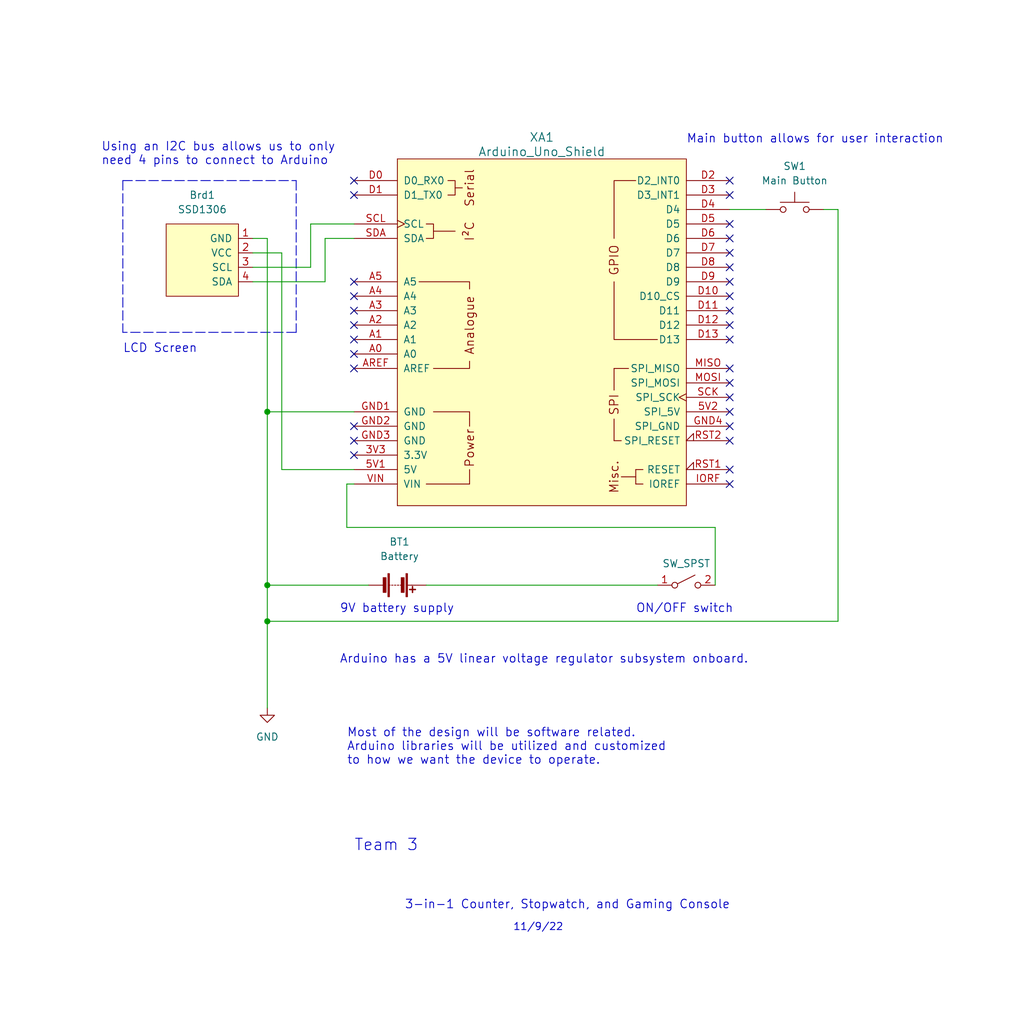
<source format=kicad_sch>
(kicad_sch (version 20211123) (generator eeschema)
  (paper "User" 180.01 180.01)
  (lib_symbols
    (symbol "Device:Battery" (pin_numbers hide) (pin_names (offset 0) hide)
      (property "Reference" "BT" (at 2.54 2.54 0))
      (property "Value" "Battery" (at 2.54 0 0))
      (symbol "Battery_0_1"
        (rectangle (start -2.032 -1.397) (end 2.032 -1.651) (fill (type outline)))
        (rectangle (start -2.032 1.778) (end 2.032 1.524) (fill (type outline)))
        (rectangle (start -1.3208 -1.9812) (end 1.27 -2.4892) (fill (type outline)))
        (rectangle (start -1.3208 1.1938) (end 1.27 0.6858) (fill (type outline)))
        (polyline (pts (xy 0 -1.524) (xy 0 -1.27)))
        (polyline (pts (xy 0 -1.016) (xy 0 -0.762)))
        (polyline (pts (xy 0 -0.508) (xy 0 -0.254)))
        (polyline (pts (xy 0 0) (xy 0 0.254)))
        (polyline (pts (xy 0 0.508) (xy 0 0.762)))
        (polyline (pts (xy 0 1.778) (xy 0 2.54)))
        (polyline (pts (xy 0.254 2.667) (xy 1.27 2.667)) (stroke (width 0.254)))
        (polyline (pts (xy 0.762 3.175) (xy 0.762 2.159)) (stroke (width 0.254)))
      )
      (symbol "Battery_1_1"
        (pin passive line (at 0 5.08 270) (length 2.54) (name "+") (number "1"))
        (pin passive line (at 0 -5.08 90) (length 2.54) (name "-") (number "2"))
      )
    )
    (symbol "SSD1306-128x64_OLED:SSD1306" (pin_names (offset 1.016))
      (property "Reference" "Brd" (at 0 -3.81 0))
      (property "Value" "SSD1306" (at 0 -1.27 0))
      (symbol "SSD1306_0_1"
        (rectangle (start -6.35 6.35) (end 6.35 -6.35) (fill (type background)))
      )
      (symbol "SSD1306_1_1"
        (pin input line (at -3.81 8.89 270) (length 2.54) (name "GND") (number "1"))
        (pin input line (at -1.27 8.89 270) (length 2.54) (name "VCC") (number "2"))
        (pin input line (at 1.27 8.89 270) (length 2.54) (name "SCL") (number "3"))
        (pin input line (at 3.81 8.89 270) (length 2.54) (name "SDA") (number "4"))
      )
    )
    (symbol "Switch:SW_Push" (pin_numbers hide) (pin_names (offset 1.016) hide)
      (property "Reference" "SW" (at 1.27 2.54 0))
      (property "Value" "SW_Push" (at 0 -1.524 0))
      (symbol "SW_Push_0_1"
        (circle (center -2.032 0) (radius 0.508))
        (polyline (pts (xy 0 1.27) (xy 0 3.048)))
        (polyline (pts (xy 2.54 1.27) (xy -2.54 1.27)))
        (circle (center 2.032 0) (radius 0.508))
        (pin passive line (at -5.08 0 0) (length 2.54) (name "1") (number "1"))
        (pin passive line (at 5.08 0 180) (length 2.54) (name "2") (number "2"))
      )
    )
    (symbol "Switch:SW_SPST" (pin_names (offset 0) hide)
      (property "Reference" "SW" (at 0 3.175 0))
      (property "Value" "SW_SPST" (at 0 -2.54 0))
      (symbol "SW_SPST_0_0"
        (circle (center -2.032 0) (radius 0.508))
        (polyline (pts (xy -1.524 0.254) (xy 1.524 1.778)))
        (circle (center 2.032 0) (radius 0.508))
      )
      (symbol "SW_SPST_1_1"
        (pin passive line (at -5.08 0 0) (length 2.54) (name "A") (number "1"))
        (pin passive line (at 5.08 0 180) (length 2.54) (name "B") (number "2"))
      )
    )
    (symbol "arduino:Arduino_Uno_Shield" (pin_names (offset 1.016))
      (property "Reference" "XA" (at 2.54 0 90))
      (property "Value" "Arduino_Uno_Shield" (at -2.54 0 90))
      (symbol "Arduino_Uno_Shield_0_0"
        (rectangle (start -25.4 30.48) (end 25.4 -30.48) (fill (type background)))
        (rectangle (start -20.32 -26.67) (end -12.7 -26.67))
        (rectangle (start -19.05 -13.97) (end -12.7 -13.97))
        (polyline (pts (xy -19.05 17.78) (xy -15.24 17.78)))
        (polyline (pts (xy -15.24 25.4) (xy -13.97 25.4)))
        (polyline (pts (xy -12.7 -26.67) (xy -12.7 -24.13)))
        (polyline (pts (xy -12.7 -15.24) (xy -12.7 -16.51)))
        (polyline (pts (xy -12.7 -13.97) (xy -12.7 -15.24)))
        (polyline (pts (xy -12.7 -5.08) (xy -12.7 -6.35) (xy -19.05 -6.35)))
        (polyline (pts (xy -12.7 7.62) (xy -12.7 8.89) (xy -21.59 8.89)))
        (polyline (pts (xy 12.7 8.89) (xy 12.7 -1.27) (xy 20.32 -1.27)))
        (polyline (pts (xy 12.7 16.51) (xy 12.7 26.67) (xy 16.51 26.67)))
        (polyline (pts (xy -20.32 19.05) (xy -19.05 19.05) (xy -19.05 16.51) (xy -20.32 16.51)))
        (polyline (pts (xy -16.51 26.67) (xy -15.24 26.67) (xy -15.24 24.13) (xy -16.51 24.13)))
        (rectangle (start 12.7 -19.05) (end 12.7 -15.24))
        (rectangle (start 12.7 -10.16) (end 12.7 -6.35))
        (rectangle (start 13.97 -19.05) (end 12.7 -19.05))
        (rectangle (start 15.24 -6.35) (end 12.7 -6.35))
        (rectangle (start 16.51 -25.4) (end 13.97 -25.4))
        (rectangle (start 16.51 -24.13) (end 16.51 -26.67))
        (rectangle (start 17.78 -26.67) (end 16.51 -26.67))
        (rectangle (start 17.78 -24.13) (end 16.51 -24.13))
        (text "Analogue" (at -12.7 1.27 900) (effects (font (size 1.524 1.524))))
        (text "I²C" (at -12.7 17.78 900) (effects (font (size 1.524 1.524))))
        (text "Misc." (at 12.7 -25.4 900) (effects (font (size 1.524 1.524))))
        (text "Power" (at -12.7 -20.32 900) (effects (font (size 1.524 1.524))))
        (text "Serial" (at -12.7 25.4 900) (effects (font (size 1.524 1.524))))
        (text "SPI" (at 12.7 -12.7 900) (effects (font (size 1.524 1.524))))
      )
      (symbol "Arduino_Uno_Shield_1_0"
        (text "GPIO" (at 12.7 12.7 900) (effects (font (size 1.524 1.524))))
      )
      (symbol "Arduino_Uno_Shield_1_1"
        (pin power_out line (at -33.02 -21.59 0) (length 7.62) (name "3.3V") (number "3V3"))
        (pin power_in line (at -33.02 -24.13 0) (length 7.62) (name "5V") (number "5V1"))
        (pin power_in line (at 33.02 -13.97 180) (length 7.62) (name "SPI_5V") (number "5V2"))
        (pin bidirectional line (at -33.02 -3.81 0) (length 7.62) (name "A0") (number "A0"))
        (pin bidirectional line (at -33.02 -1.27 0) (length 7.62) (name "A1") (number "A1"))
        (pin bidirectional line (at -33.02 1.27 0) (length 7.62) (name "A2") (number "A2"))
        (pin bidirectional line (at -33.02 3.81 0) (length 7.62) (name "A3") (number "A3"))
        (pin bidirectional line (at -33.02 6.35 0) (length 7.62) (name "A4") (number "A4"))
        (pin bidirectional line (at -33.02 8.89 0) (length 7.62) (name "A5") (number "A5"))
        (pin input line (at -33.02 -6.35 0) (length 7.62) (name "AREF") (number "AREF"))
        (pin bidirectional line (at -33.02 26.67 0) (length 7.62) (name "D0_RX0") (number "D0"))
        (pin bidirectional line (at -33.02 24.13 0) (length 7.62) (name "D1_TX0") (number "D1"))
        (pin bidirectional line (at 33.02 6.35 180) (length 7.62) (name "D10_CS") (number "D10"))
        (pin bidirectional line (at 33.02 3.81 180) (length 7.62) (name "D11") (number "D11"))
        (pin bidirectional line (at 33.02 1.27 180) (length 7.62) (name "D12") (number "D12"))
        (pin bidirectional line (at 33.02 -1.27 180) (length 7.62) (name "D13") (number "D13"))
        (pin bidirectional line (at 33.02 26.67 180) (length 7.62) (name "D2_INT0") (number "D2"))
        (pin bidirectional line (at 33.02 24.13 180) (length 7.62) (name "D3_INT1") (number "D3"))
        (pin bidirectional line (at 33.02 21.59 180) (length 7.62) (name "D4") (number "D4"))
        (pin bidirectional line (at 33.02 19.05 180) (length 7.62) (name "D5") (number "D5"))
        (pin bidirectional line (at 33.02 16.51 180) (length 7.62) (name "D6") (number "D6"))
        (pin bidirectional line (at 33.02 13.97 180) (length 7.62) (name "D7") (number "D7"))
        (pin bidirectional line (at 33.02 11.43 180) (length 7.62) (name "D8") (number "D8"))
        (pin bidirectional line (at 33.02 8.89 180) (length 7.62) (name "D9") (number "D9"))
        (pin power_in line (at -33.02 -13.97 0) (length 7.62) (name "GND") (number "GND1"))
        (pin power_in line (at -33.02 -16.51 0) (length 7.62) (name "GND") (number "GND2"))
        (pin power_in line (at -33.02 -19.05 0) (length 7.62) (name "GND") (number "GND3"))
        (pin power_in line (at 33.02 -16.51 180) (length 7.62) (name "SPI_GND") (number "GND4"))
        (pin output line (at 33.02 -26.67 180) (length 7.62) (name "IOREF") (number "IORF"))
        (pin input line (at 33.02 -6.35 180) (length 7.62) (name "SPI_MISO") (number "MISO"))
        (pin output line (at 33.02 -8.89 180) (length 7.62) (name "SPI_MOSI") (number "MOSI"))
        (pin open_collector input_low (at 33.02 -24.13 180) (length 7.62) (name "RESET") (number "RST1"))
        (pin open_collector input_low (at 33.02 -19.05 180) (length 7.62) (name "SPI_RESET") (number "RST2"))
        (pin output clock (at 33.02 -11.43 180) (length 7.62) (name "SPI_SCK") (number "SCK"))
        (pin bidirectional clock (at -33.02 19.05 0) (length 7.62) (name "SCL") (number "SCL"))
        (pin bidirectional line (at -33.02 16.51 0) (length 7.62) (name "SDA") (number "SDA"))
        (pin power_in line (at -33.02 -26.67 0) (length 7.62) (name "VIN") (number "VIN"))
      )
    )
    (symbol "power:GND" (power) (pin_names (offset 0))
      (property "Value" "GND" (at 0 -3.81 0))
      (symbol "GND_0_1"
        (polyline (pts (xy 0 0) (xy 0 -1.27) (xy 1.27 -1.27) (xy 0 -2.54) (xy -1.27 -1.27) (xy 0 -1.27)))
      )
      (symbol "GND_1_1"
        (pin power_in line (at 0 0 270) (length 0) hide (name "GND") (number "1"))
      )
    )
  )
  (junction (at 46.99 109.22))
  (junction (at 46.99 102.87))
  (junction (at 46.99 72.39))
  (no_connect (at 62.23 74.93))
  (no_connect (at 62.23 49.53))
  (no_connect (at 62.23 59.69))
  (no_connect (at 128.27 64.77))
  (no_connect (at 62.23 64.77))
  (no_connect (at 128.27 69.85))
  (no_connect (at 128.27 44.45))
  (no_connect (at 128.27 52.07))
  (no_connect (at 62.23 52.07))
  (no_connect (at 128.27 85.09))
  (no_connect (at 62.23 62.23))
  (no_connect (at 128.27 46.99))
  (no_connect (at 128.27 39.37))
  (no_connect (at 128.27 49.53))
  (no_connect (at 128.27 41.91))
  (no_connect (at 128.27 31.75))
  (no_connect (at 128.27 77.47))
  (no_connect (at 128.27 34.29))
  (no_connect (at 62.23 77.47))
  (no_connect (at 128.27 59.69))
  (no_connect (at 128.27 74.93))
  (no_connect (at 128.27 72.39))
  (no_connect (at 62.23 57.15))
  (no_connect (at 128.27 82.55))
  (no_connect (at 128.27 54.61))
  (no_connect (at 62.23 34.29))
  (no_connect (at 62.23 31.75))
  (no_connect (at 62.23 54.61))
  (no_connect (at 62.23 80.01))
  (no_connect (at 128.27 57.15))
  (no_connect (at 128.27 67.31))
  (wire (pts (xy 44.45 41.91) (xy 46.99 41.91)))
  (wire (pts (xy 57.15 49.53) (xy 57.15 41.91)))
  (polyline (pts (xy 21.59 31.75) (xy 21.59 58.42)))
  (wire (pts (xy 46.99 41.91) (xy 46.99 72.39)))
  (polyline (pts (xy 52.07 58.42) (xy 21.59 58.42)))
  (wire (pts (xy 54.61 46.99) (xy 54.61 39.37)))
  (wire (pts (xy 44.45 46.99) (xy 54.61 46.99)))
  (wire (pts (xy 46.99 72.39) (xy 62.23 72.39)))
  (wire (pts (xy 147.32 36.83) (xy 147.32 109.22)))
  (wire (pts (xy 54.61 39.37) (xy 62.23 39.37)))
  (wire (pts (xy 125.73 92.71) (xy 60.96 92.71)))
  (polyline (pts (xy 21.59 31.75) (xy 52.07 31.75)))
  (wire (pts (xy 46.99 109.22) (xy 46.99 124.46)))
  (wire (pts (xy 74.93 102.87) (xy 115.57 102.87)))
  (wire (pts (xy 46.99 109.22) (xy 46.99 102.87)))
  (wire (pts (xy 125.73 102.87) (xy 125.73 92.71)))
  (wire (pts (xy 46.99 109.22) (xy 147.32 109.22)))
  (wire (pts (xy 46.99 102.87) (xy 64.77 102.87)))
  (polyline (pts (xy 52.07 31.75) (xy 52.07 58.42)))
  (wire (pts (xy 60.96 85.09) (xy 62.23 85.09)))
  (wire (pts (xy 46.99 102.87) (xy 46.99 72.39)))
  (wire (pts (xy 144.78 36.83) (xy 147.32 36.83)))
  (wire (pts (xy 57.15 41.91) (xy 62.23 41.91)))
  (wire (pts (xy 44.45 49.53) (xy 57.15 49.53)))
  (wire (pts (xy 62.23 82.55) (xy 49.53 82.55)))
  (wire (pts (xy 49.53 44.45) (xy 44.45 44.45)))
  (wire (pts (xy 49.53 44.45) (xy 49.53 82.55)))
  (wire (pts (xy 60.96 85.09) (xy 60.96 92.71)))
  (wire (pts (xy 128.27 36.83) (xy 134.62 36.83)))
  (text "Arduino has a 5V linear voltage regulator subsystem onboard." (at 59.69 116.84 0) (effects (font (size 1.5 1.5)) (justify left bottom)))
  (text "Team 3" (at 62.23 149.86 0) (effects (font (size 2 2)) (justify left bottom)))
  (text "11/9/22" (at 90.17 163.83 0) (effects (font (size 1.27 1.27)) (justify left bottom)))
  (text "9V battery supply" (at 59.69 107.95 0) (effects (font (size 1.5 1.5)) (justify left bottom)))
  (text "3-in-1 Counter, Stopwatch, and Gaming Console" (at 71.12 160.02 0) (effects (font (size 1.5 1.5)) (justify left bottom)))
  (text "Main button allows for user interaction" (at 120.65 25.4 0) (effects (font (size 1.5 1.5)) (justify left bottom)))
  (text "LCD Screen" (at 21.59 62.23 0) (effects (font (size 1.5 1.5)) (justify left bottom)))
  (text "Using an I2C bus allows us to only \nneed 4 pins to connect to Arduino" (at 17.78 29.21 0) (effects (font (size 1.5 1.5)) (justify left bottom)))
  (text "Most of the design will be software related.\nArduino libraries will be utilized and customized\nto how we want the device to operate." (at 60.96 134.62 0) (effects (font (size 1.5 1.5)) (justify left bottom)))
  (text "ON/OFF switch" (at 111.76 107.95 0) (effects (font (size 1.5 1.5)) (justify left bottom)))
  (symbol (lib_id "power:GND") (at 46.99 124.46 0) (unit 1)
    (property "Reference" "#PWR0101" (effects hide))
    (property "Value" "GND" (at 46.99 129.54 0))
  )
  (symbol (lib_id "arduino:Arduino_Uno_Shield") (at 95.25 58.42 0) (unit 1)
    (property "Reference" "XA1" (at 95.25 24.13 0) (effects (font (size 1.524 1.524))))
    (property "Value" "Arduino_Uno_Shield" (at 95.25 26.67 0) (effects (font (size 1.524 1.524))))
    (property "Footprint" "Arduino:Arduino_Uno_Shield" (effects hide))
    (property "Datasheet" "https://store.arduino.cc/products/arduino-uno-rev3" (effects hide))
  )
  (symbol (lib_id "Switch:SW_SPST") (at 120.65 102.87 0) (unit 1)
    (property "Reference" "KCD1-1-101-ON-OFF-X1" (effects hide))
    (property "Value" "SW_SPST" (at 120.65 99.06 0))
  )
  (symbol (lib_id "Switch:SW_Push") (at 139.7 36.83 0) (unit 1)
    (property "Reference" "SW1" (at 139.7 29.21 0))
    (property "Value" "Main Button" (at 139.7 31.75 0))
  )
  (symbol (lib_id "SSD1306-128x64_OLED:SSD1306") (at 35.56 45.72 270) (unit 1)
    (property "Reference" "Brd1" (at 35.56 34.29 90))
    (property "Value" "SSD1306" (at 35.56 36.83 90))
    (property "Footprint" "footprints:SSD1306-128x64_OLED" (effects hide))
  )
  (symbol (lib_id "Device:Battery") (at 69.85 102.87 270) (unit 1)
    (property "Reference" "BT1" (at 70.231 95.25 90))
    (property "Value" "Battery" (at 70.231 97.79 90))
  )
)
</source>
